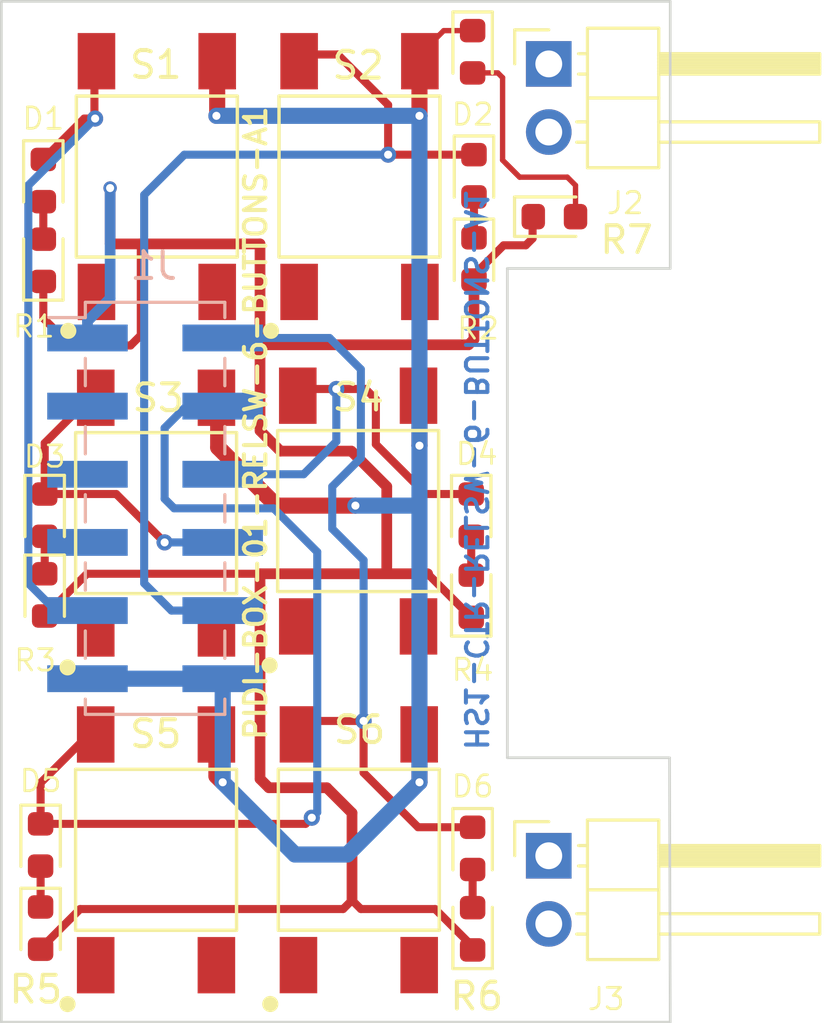
<source format=kicad_pcb>
(kicad_pcb (version 20241229) (generator "pcbnew") (generator_version "9.0")
  (layers (0 "F.Cu" signal) (2 "B.Cu" signal) (13 "F.Paste" user) (15 "B.Paste" user) (5 "F.SilkS" user "F.Silkscreen") (7 "B.SilkS" user "B.Silkscreen") (1 "F.Mask" user) (3 "B.Mask" user) (25 "Edge.Cuts" user))
  (net 0 "")
  (net 1 "Net-(D1-A)")
  (net 2 "S1")
  (net 5 "S2")
  (net 7 "Net-(D2-A)")
  (net 8 "S3")
  (net 9 "Net-(D3-A)")
  (net 11 "Net-(D4-A)")
  (net 13 "S4")
  (net 14 "S6")
  (net 15 "Net-(D5-A)")
  (net 18 "Net-(D6-A)")
  (net 19 "S5")
  (net 22 "+12V")
  (net 25 "GND")
  (net 32 "Net-(D7-A)")
  (footprint "LED_SMD:LED_0603_1608Metric" (layer "F.Cu") (at 121.6152 58.7248)
    (property "Reference" "R7" (at 2.6924 0.8636 0) (layer "F.SilkS"))
    (property "Value" "4K7")
    (fp_line (start -1.485 -0.735) (end -1.485 0.735) (stroke (width 0.12)) (layer "F.SilkS"))
    (fp_line (start -1.485 0.735) (end 0.8 0.735) (stroke (width 0.12)) (layer "F.SilkS"))
    (fp_line (start 0.8 -0.735) (end -1.485 -0.735) (stroke (width 0.12)) (layer "F.SilkS"))
    (pad "1" smd roundrect (at -0.7875 0) (size 0.875 0.95) (layers "F.Cu" "F.Mask" "F.Paste") (net 22 "+12V"))
    (pad "2" smd roundrect (at 0.7875 0) (size 0.875 0.95) (layers "F.Cu" "F.Mask" "F.Paste") (net 32 "Net-(D7-A)"))
  )
  (footprint "LED_SMD:LED_0603_1608Metric" (layer "F.Cu") (at 102.4636 82.1438 -90)
    (property "Reference" "D5" (at -2.3878 0 180) (layer "F.SilkS") (effects (font (size 0.8 0.8) (thickness 0.1))))
    (property "Value" "LED")
    (fp_line (start -1.485 0.735) (end 0.8 0.735) (stroke (width 0.12)) (layer "F.SilkS"))
    (fp_line (start -1.485 -0.735) (end -1.485 0.735) (stroke (width 0.12)) (layer "F.SilkS"))
    (fp_line (start 0.8 -0.735) (end -1.485 -0.735) (stroke (width 0.12)) (layer "F.SilkS"))
    (pad "1" smd roundrect (at -0.7875 0 270) (size 0.875 0.95) (layers "F.Cu" "F.Mask" "F.Paste") (net 19 "S5"))
    (pad "2" smd roundrect (at 0.7875 0 270) (size 0.875 0.95) (layers "F.Cu" "F.Mask" "F.Paste") (net 15 "Net-(D5-A)"))
  )
  (footprint "MYlib_GLOBAL:SW_tactile-6X6_smd" (layer "F.Cu") (at 106.7964 57.2296 90)
    (property "Reference" "S1" (at 4.169 -0.0402 180) (layer "F.SilkS"))
    (property "Value" "4-1437565-9")
    (fp_line (start 3 -3) (end -3 -3) (stroke (width 0.127)) (layer "F.SilkS"))
    (fp_line (start 3 -3) (end 3 3) (stroke (width 0.127)) (layer "F.SilkS"))
    (fp_line (start 3 3) (end -3 3) (stroke (width 0.127)) (layer "F.SilkS"))
    (fp_line (start -3 3) (end -3 -3) (stroke (width 0.127)) (layer "F.SilkS"))
    (fp_circle (center -5.75 -3.3) (end -5.55 -3.3) (stroke (width 0.2)) (fill yes) (layer "F.SilkS"))
    (pad "1" smd rect (at -4.3 -2.25 90) (size 2.1 1.4) (layers "F.Cu" "F.Mask" "F.Paste"))
    (pad "2" smd rect (at 4.3 -2.25 90) (size 2.1 1.4) (layers "F.Cu" "F.Mask" "F.Paste") (net 2 "S1"))
    (pad "3" smd rect (at -4.3 2.25 90) (size 2.1 1.4) (layers "F.Cu" "F.Mask" "F.Paste"))
    (pad "4" smd rect (at 4.3 2.25 90) (size 2.1 1.4) (layers "F.Cu" "F.Mask" "F.Paste") (net 25 "GND"))
  )
  (footprint "LED_SMD:LED_0603_1608Metric" (layer "F.Cu") (at 118.5164 72.8727 90)
    (property "Reference" "R4" (at -2.7432 0.0508 180) (layer "F.SilkS") (effects (font (size 0.8 0.8) (thickness 0.1))))
    (property "Value" "4K7")
    (fp_line (start 0.8 -0.735) (end -1.485 -0.735) (stroke (width 0.12)) (layer "F.SilkS"))
    (fp_line (start -1.485 -0.735) (end -1.485 0.735) (stroke (width 0.12)) (layer "F.SilkS"))
    (fp_line (start -1.485 0.735) (end 0.8 0.735) (stroke (width 0.12)) (layer "F.SilkS"))
    (pad "1" smd roundrect (at -0.7875 0 90) (size 0.875 0.95) (layers "F.Cu" "F.Mask" "F.Paste") (net 22 "+12V"))
    (pad "2" smd roundrect (at 0.7875 0 90) (size 0.875 0.95) (layers "F.Cu" "F.Mask" "F.Paste") (net 11 "Net-(D4-A)"))
  )
  (footprint "Connector_PinHeader_2.54mm:PinHeader_1x02_P2.54mm_Horizontal" (layer "F.Cu") (at 121.4058 82.545)
    (property "Reference" "J3" (at 2.1398 5.339 0) (layer "F.SilkS") (effects (font (size 0.8 0.8) (thickness 0.1))))
    (property "Value" "Conn_01x02_Pin" (hide yes))
    (fp_line (start -1.27 -1.27) (end 0 -1.27) (stroke (width 0.12)) (layer "F.SilkS"))
    (fp_line (start -1.27 0) (end -1.27 -1.27) (stroke (width 0.12)) (layer "F.SilkS"))
    (fp_line (start 1.042929 2.16) (end 1.44 2.16) (stroke (width 0.12)) (layer "F.SilkS"))
    (fp_line (start 1.042929 2.92) (end 1.44 2.92) (stroke (width 0.12)) (layer "F.SilkS"))
    (fp_line (start 1.11 -0.38) (end 1.44 -0.38) (stroke (width 0.12)) (layer "F.SilkS"))
    (fp_line (start 1.11 0.38) (end 1.44 0.38) (stroke (width 0.12)) (layer "F.SilkS"))
    (fp_line (start 1.44 -1.33) (end 1.44 3.87) (stroke (width 0.12)) (layer "F.SilkS"))
    (fp_line (start 1.44 1.27) (end 4.1 1.27) (stroke (width 0.12)) (layer "F.SilkS"))
    (fp_line (start 1.44 3.87) (end 4.1 3.87) (stroke (width 0.12)) (layer "F.SilkS"))
    (fp_line (start 4.1 -1.33) (end 1.44 -1.33) (stroke (width 0.12)) (layer "F.SilkS"))
    (fp_line (start 4.1 -0.38) (end 10.1 -0.38) (stroke (width 0.12)) (layer "F.SilkS"))
    (fp_line (start 4.1 -0.32) (end 10.1 -0.32) (stroke (width 0.12)) (layer "F.SilkS"))
    (fp_line (start 4.1 -0.2) (end 10.1 -0.2) (stroke (width 0.12)) (layer "F.SilkS"))
    (fp_line (start 4.1 -0.08) (end 10.1 -0.08) (stroke (width 0.12)) (layer "F.SilkS"))
    (fp_line (start 4.1 0.04) (end 10.1 0.04) (stroke (width 0.12)) (layer "F.SilkS"))
    (fp_line (start 4.1 0.16) (end 10.1 0.16) (stroke (width 0.12)) (layer "F.SilkS"))
    (fp_line (start 4.1 0.28) (end 10.1 0.28) (stroke (width 0.12)) (layer "F.SilkS"))
    (fp_line (start 4.1 2.16) (end 10.1 2.16) (stroke (width 0.12)) (layer "F.SilkS"))
    (fp_line (start 4.1 3.87) (end 4.1 -1.33) (stroke (width 0.12)) (layer "F.SilkS"))
    (fp_line (start 10.1 -0.38) (end 10.1 0.38) (stroke (width 0.12)) (layer "F.SilkS"))
    (fp_line (start 10.1 0.38) (end 4.1 0.38) (stroke (width 0.12)) (layer "F.SilkS"))
    (fp_line (start 10.1 2.16) (end 10.1 2.92) (stroke (width 0.12)) (layer "F.SilkS"))
    (fp_line (start 10.1 2.92) (end 4.1 2.92) (stroke (width 0.12)) (layer "F.SilkS"))
    (pad "1" thru_hole rect (at 0 0) (size 1.7 1.7) (drill 1) (layers "*.Cu" "*.Mask"))
    (pad "2" thru_hole oval (at 0 2.54) (size 1.7 1.7) (drill 1) (layers "*.Cu" "*.Mask"))
  )
  (footprint "MYlib_GLOBAL:SW_tactile-6X6_smd" (layer "F.Cu") (at 114.3508 57.2296 90)
    (property "Reference" "S2" (at 4.1436 -0.0508 180) (layer "F.SilkS"))
    (property "Value" "4-1437565-9")
    (fp_line (start 3 -3) (end -3 -3) (stroke (width 0.127)) (layer "F.SilkS"))
    (fp_line (start 3 -3) (end 3 3) (stroke (width 0.127)) (layer "F.SilkS"))
    (fp_line (start 3 3) (end -3 3) (stroke (width 0.127)) (layer "F.SilkS"))
    (fp_line (start -3 3) (end -3 -3) (stroke (width 0.127)) (layer "F.SilkS"))
    (fp_circle (center -5.75 -3.3) (end -5.55 -3.3) (stroke (width 0.2)) (fill yes) (layer "F.SilkS"))
    (pad "1" smd rect (at -4.3 -2.25 90) (size 2.1 1.4) (layers "F.Cu" "F.Mask" "F.Paste"))
    (pad "2" smd rect (at 4.3 -2.25 90) (size 2.1 1.4) (layers "F.Cu" "F.Mask" "F.Paste") (net 5 "S2"))
    (pad "3" smd rect (at -4.3 2.25 90) (size 2.1 1.4) (layers "F.Cu" "F.Mask" "F.Paste"))
    (pad "4" smd rect (at 4.3 2.25 90) (size 2.1 1.4) (layers "F.Cu" "F.Mask" "F.Paste") (net 25 "GND"))
  )
  (footprint "LED_SMD:LED_0603_1608Metric" (layer "F.Cu") (at 102.5652 60.3504 90)
    (property "Reference" "R1" (at -2.4638 -0.3556 180) (layer "F.SilkS") (effects (font (size 0.8 0.8) (thickness 0.1))))
    (property "Value" "4K7")
    (fp_line (start 0.8 -0.735) (end -1.485 -0.735) (stroke (width 0.12)) (layer "F.SilkS"))
    (fp_line (start -1.485 -0.735) (end -1.485 0.735) (stroke (width 0.12)) (layer "F.SilkS"))
    (fp_line (start -1.485 0.735) (end 0.8 0.735) (stroke (width 0.12)) (layer "F.SilkS"))
    (pad "1" smd roundrect (at -0.7875 0 90) (size 0.875 0.95) (layers "F.Cu" "F.Mask" "F.Paste") (net 22 "+12V"))
    (pad "2" smd roundrect (at 0.7875 0 90) (size 0.875 0.95) (layers "F.Cu" "F.Mask" "F.Paste") (net 1 "Net-(D1-A)"))
  )
  (footprint "LED_SMD:LED_0603_1608Metric" (layer "F.Cu") (at 118.5672 52.578 -90)
    (property "Reference" "D7" (hide yes))
    (property "Value" "LED")
    (fp_line (start -1.485 0.735) (end 0.8 0.735) (stroke (width 0.12)) (layer "F.SilkS"))
    (fp_line (start -1.485 -0.735) (end -1.485 0.735) (stroke (width 0.12)) (layer "F.SilkS"))
    (fp_line (start 0.8 -0.735) (end -1.485 -0.735) (stroke (width 0.12)) (layer "F.SilkS"))
    (pad "1" smd roundrect (at -0.7875 0 270) (size 0.875 0.95) (layers "F.Cu" "F.Mask" "F.Paste") (net 25 "GND"))
    (pad "2" smd roundrect (at 0.7875 0 270) (size 0.875 0.95) (layers "F.Cu" "F.Mask" "F.Paste") (net 32 "Net-(D7-A)"))
  )
  (footprint "MYlib_GLOBAL:SW_tactile-6X6_smd" (layer "F.Cu") (at 106.7668 82.3248 90)
    (property "Reference" "S5" (at 4.3214 -0.0106 180) (layer "F.SilkS"))
    (property "Value" "4-1437565-9")
    (fp_line (start 3 -3) (end -3 -3) (stroke (width 0.127)) (layer "F.SilkS"))
    (fp_line (start 3 -3) (end 3 3) (stroke (width 0.127)) (layer "F.SilkS"))
    (fp_line (start 3 3) (end -3 3) (stroke (width 0.127)) (layer "F.SilkS"))
    (fp_line (start -3 3) (end -3 -3) (stroke (width 0.127)) (layer "F.SilkS"))
    (fp_circle (center -5.75 -3.3) (end -5.55 -3.3) (stroke (width 0.2)) (fill yes) (layer "F.SilkS"))
    (pad "1" smd rect (at -4.3 -2.25 90) (size 2.1 1.4) (layers "F.Cu" "F.Mask" "F.Paste"))
    (pad "2" smd rect (at 4.3 -2.25 90) (size 2.1 1.4) (layers "F.Cu" "F.Mask" "F.Paste") (net 19 "S5"))
    (pad "3" smd rect (at -4.3 2.25 90) (size 2.1 1.4) (layers "F.Cu" "F.Mask" "F.Paste"))
    (pad "4" smd rect (at 4.3 2.25 90) (size 2.1 1.4) (layers "F.Cu" "F.Mask" "F.Paste") (net 25 "GND"))
  )
  (footprint "LED_SMD:LED_0603_1608Metric" (layer "F.Cu") (at 118.5164 69.85 -90)
    (property "Reference" "D4" (at -2.286 -0.2032 180) (layer "F.SilkS") (effects (font (size 0.8 0.8) (thickness 0.1))))
    (property "Value" "LED")
    (fp_line (start -1.485 0.735) (end 0.8 0.735) (stroke (width 0.12)) (layer "F.SilkS"))
    (fp_line (start -1.485 -0.735) (end -1.485 0.735) (stroke (width 0.12)) (layer "F.SilkS"))
    (fp_line (start 0.8 -0.735) (end -1.485 -0.735) (stroke (width 0.12)) (layer "F.SilkS"))
    (pad "1" smd roundrect (at -0.7875 0 270) (size 0.875 0.95) (layers "F.Cu" "F.Mask" "F.Paste") (net 13 "S4"))
    (pad "2" smd roundrect (at 0.7875 0 270) (size 0.875 0.95) (layers "F.Cu" "F.Mask" "F.Paste") (net 11 "Net-(D4-A)"))
  )
  (footprint "MYlib_GLOBAL:SW_tactile-6X6_smd" (layer "F.Cu") (at 114.3 69.6976 90)
    (property "Reference" "S4" (at 4.2418 0 180) (layer "F.SilkS"))
    (property "Value" "4-1437565-9")
    (fp_line (start 3 -3) (end -3 -3) (stroke (width 0.127)) (layer "F.SilkS"))
    (fp_line (start 3 -3) (end 3 3) (stroke (width 0.127)) (layer "F.SilkS"))
    (fp_line (start 3 3) (end -3 3) (stroke (width 0.127)) (layer "F.SilkS"))
    (fp_line (start -3 3) (end -3 -3) (stroke (width 0.127)) (layer "F.SilkS"))
    (fp_circle (center -5.75 -3.3) (end -5.55 -3.3) (stroke (width 0.2)) (fill yes) (layer "F.SilkS"))
    (pad "1" smd rect (at -4.3 -2.25 90) (size 2.1 1.4) (layers "F.Cu" "F.Mask" "F.Paste"))
    (pad "2" smd rect (at 4.3 -2.25 90) (size 2.1 1.4) (layers "F.Cu" "F.Mask" "F.Paste") (net 13 "S4"))
    (pad "3" smd rect (at -4.3 2.25 90) (size 2.1 1.4) (layers "F.Cu" "F.Mask" "F.Paste"))
    (pad "4" smd rect (at 4.3 2.25 90) (size 2.1 1.4) (layers "F.Cu" "F.Mask" "F.Paste") (net 25 "GND"))
  )
  (footprint "Connector_PinHeader_2.54mm:PinHeader_1x02_P2.54mm_Horizontal" (layer "F.Cu") (at 121.4058 53.0302)
    (property "Reference" "J2" (at 2.851 5.1866 0) (layer "F.SilkS") (effects (font (size 0.8 0.8) (thickness 0.1))))
    (property "Value" "Conn_01x02_Pin" (hide yes))
    (fp_line (start -1.27 -1.27) (end 0 -1.27) (stroke (width 0.12)) (layer "F.SilkS"))
    (fp_line (start -1.27 0) (end -1.27 -1.27) (stroke (width 0.12)) (layer "F.SilkS"))
    (fp_line (start 1.042929 2.16) (end 1.44 2.16) (stroke (width 0.12)) (layer "F.SilkS"))
    (fp_line (start 1.042929 2.92) (end 1.44 2.92) (stroke (width 0.12)) (layer "F.SilkS"))
    (fp_line (start 1.11 -0.38) (end 1.44 -0.38) (stroke (width 0.12)) (layer "F.SilkS"))
    (fp_line (start 1.11 0.38) (end 1.44 0.38) (stroke (width 0.12)) (layer "F.SilkS"))
    (fp_line (start 1.44 -1.33) (end 1.44 3.87) (stroke (width 0.12)) (layer "F.SilkS"))
    (fp_line (start 1.44 1.27) (end 4.1 1.27) (stroke (width 0.12)) (layer "F.SilkS"))
    (fp_line (start 1.44 3.87) (end 4.1 3.87) (stroke (width 0.12)) (layer "F.SilkS"))
    (fp_line (start 4.1 -1.33) (end 1.44 -1.33) (stroke (width 0.12)) (layer "F.SilkS"))
    (fp_line (start 4.1 -0.38) (end 10.1 -0.38) (stroke (width 0.12)) (layer "F.SilkS"))
    (fp_line (start 4.1 -0.32) (end 10.1 -0.32) (stroke (width 0.12)) (layer "F.SilkS"))
    (fp_line (start 4.1 -0.2) (end 10.1 -0.2) (stroke (width 0.12)) (layer "F.SilkS"))
    (fp_line (start 4.1 -0.08) (end 10.1 -0.08) (stroke (width 0.12)) (layer "F.SilkS"))
    (fp_line (start 4.1 0.04) (end 10.1 0.04) (stroke (width 0.12)) (layer "F.SilkS"))
    (fp_line (start 4.1 0.16) (end 10.1 0.16) (stroke (width 0.12)) (layer "F.SilkS"))
    (fp_line (start 4.1 0.28) (end 10.1 0.28) (stroke (width 0.12)) (layer "F.SilkS"))
    (fp_line (start 4.1 2.16) (end 10.1 2.16) (stroke (width 0.12)) (layer "F.SilkS"))
    (fp_line (start 4.1 3.87) (end 4.1 -1.33) (stroke (width 0.12)) (layer "F.SilkS"))
    (fp_line (start 10.1 -0.38) (end 10.1 0.38) (stroke (width 0.12)) (layer "F.SilkS"))
    (fp_line (start 10.1 0.38) (end 4.1 0.38) (stroke (width 0.12)) (layer "F.SilkS"))
    (fp_line (start 10.1 2.16) (end 10.1 2.92) (stroke (width 0.12)) (layer "F.SilkS"))
    (fp_line (start 10.1 2.92) (end 4.1 2.92) (stroke (width 0.12)) (layer "F.SilkS"))
    (pad "1" thru_hole rect (at 0 0) (size 1.7 1.7) (drill 1) (layers "*.Cu" "*.Mask"))
    (pad "2" thru_hole oval (at 0 2.54) (size 1.7 1.7) (drill 1) (layers "*.Cu" "*.Mask"))
  )
  (footprint "LED_SMD:LED_0603_1608Metric" (layer "F.Cu") (at 102.616 69.85 -90)
    (property "Reference" "D3" (at -2.1844 0 180) (layer "F.SilkS") (effects (font (size 0.8 0.8) (thickness 0.1))))
    (property "Value" "LED")
    (fp_line (start -1.485 0.735) (end 0.8 0.735) (stroke (width 0.12)) (layer "F.SilkS"))
    (fp_line (start -1.485 -0.735) (end -1.485 0.735) (stroke (width 0.12)) (layer "F.SilkS"))
    (fp_line (start 0.8 -0.735) (end -1.485 -0.735) (stroke (width 0.12)) (layer "F.SilkS"))
    (pad "1" smd roundrect (at -0.7875 0 270) (size 0.875 0.95) (layers "F.Cu" "F.Mask" "F.Paste") (net 8 "S3"))
    (pad "2" smd roundrect (at 0.7875 0 270) (size 0.875 0.95) (layers "F.Cu" "F.Mask" "F.Paste") (net 9 "Net-(D3-A)"))
  )
  (footprint "LED_SMD:LED_0603_1608Metric" (layer "F.Cu") (at 118.618 60.2996 -90)
    (property "Reference" "R2" (at 2.5908 -0.1524 180) (layer "F.SilkS") (effects (font (size 0.8 0.8) (thickness 0.1))))
    (property "Value" "4K7")
    (fp_line (start -1.485 0.735) (end 0.8 0.735) (stroke (width 0.12)) (layer "F.SilkS"))
    (fp_line (start -1.485 -0.735) (end -1.485 0.735) (stroke (width 0.12)) (layer "F.SilkS"))
    (fp_line (start 0.8 -0.735) (end -1.485 -0.735) (stroke (width 0.12)) (layer "F.SilkS"))
    (pad "1" smd roundrect (at -0.7875 0 270) (size 0.875 0.95) (layers "F.Cu" "F.Mask" "F.Paste") (net 7 "Net-(D2-A)"))
    (pad "2" smd roundrect (at 0.7875 0 270) (size 0.875 0.95) (layers "F.Cu" "F.Mask" "F.Paste") (net 22 "+12V"))
  )
  (footprint "MYlib_GLOBAL:SW_tactile-6X6_smd" (layer "F.Cu") (at 114.3254 82.3214 90)
    (property "Reference" "S6" (at 4.4704 0.0254 180) (layer "F.SilkS"))
    (property "Value" "4-1437565-9")
    (fp_line (start 3 -3) (end -3 -3) (stroke (width 0.127)) (layer "F.SilkS"))
    (fp_line (start 3 -3) (end 3 3) (stroke (width 0.127)) (layer "F.SilkS"))
    (fp_line (start 3 3) (end -3 3) (stroke (width 0.127)) (layer "F.SilkS"))
    (fp_line (start -3 3) (end -3 -3) (stroke (width 0.127)) (layer "F.SilkS"))
    (fp_circle (center -5.75 -3.3) (end -5.55 -3.3) (stroke (width 0.2)) (fill yes) (layer "F.SilkS"))
    (pad "1" smd rect (at -4.3 -2.25 90) (size 2.1 1.4) (layers "F.Cu" "F.Mask" "F.Paste"))
    (pad "2" smd rect (at 4.3 -2.25 90) (size 2.1 1.4) (layers "F.Cu" "F.Mask" "F.Paste") (net 14 "S6"))
    (pad "3" smd rect (at -4.3 2.25 90) (size 2.1 1.4) (layers "F.Cu" "F.Mask" "F.Paste"))
    (pad "4" smd rect (at 4.3 2.25 90) (size 2.1 1.4) (layers "F.Cu" "F.Mask" "F.Paste") (net 25 "GND"))
  )
  (footprint "LED_SMD:LED_0603_1608Metric" (layer "F.Cu") (at 102.616 72.8217 -90)
    (property "Reference" "R3" (at 2.4385 0.3556 180) (layer "F.SilkS") (effects (font (size 0.8 0.8) (thickness 0.1))))
    (property "Value" "4K7")
    (fp_line (start -1.485 0.735) (end 0.8 0.735) (stroke (width 0.12)) (layer "F.SilkS"))
    (fp_line (start -1.485 -0.735) (end -1.485 0.735) (stroke (width 0.12)) (layer "F.SilkS"))
    (fp_line (start 0.8 -0.735) (end -1.485 -0.735) (stroke (width 0.12)) (layer "F.SilkS"))
    (pad "1" smd roundrect (at -0.7875 0 270) (size 0.875 0.95) (layers "F.Cu" "F.Mask" "F.Paste") (net 9 "Net-(D3-A)"))
    (pad "2" smd roundrect (at 0.7875 0 270) (size 0.875 0.95) (layers "F.Cu" "F.Mask" "F.Paste") (net 22 "+12V"))
  )
  (footprint "MYlib_GLOBAL:SW_tactile-6X6_smd" (layer "F.Cu") (at 106.7689 69.7738 90)
    (property "Reference" "S3" (at 4.2926 0.0762 180) (layer "F.SilkS"))
    (property "Value" "4-1437565-9")
    (fp_line (start 3 -3) (end -3 -3) (stroke (width 0.127)) (layer "F.SilkS"))
    (fp_line (start 3 -3) (end 3 3) (stroke (width 0.127)) (layer "F.SilkS"))
    (fp_line (start 3 3) (end -3 3) (stroke (width 0.127)) (layer "F.SilkS"))
    (fp_line (start -3 3) (end -3 -3) (stroke (width 0.127)) (layer "F.SilkS"))
    (fp_circle (center -5.75 -3.3) (end -5.55 -3.3) (stroke (width 0.2)) (fill yes) (layer "F.SilkS"))
    (pad "1" smd rect (at -4.3 -2.25 90) (size 2.1 1.4) (layers "F.Cu" "F.Mask" "F.Paste"))
    (pad "2" smd rect (at 4.3 -2.25 90) (size 2.1 1.4) (layers "F.Cu" "F.Mask" "F.Paste") (net 8 "S3"))
    (pad "3" smd rect (at -4.3 2.25 90) (size 2.1 1.4) (layers "F.Cu" "F.Mask" "F.Paste"))
    (pad "4" smd rect (at 4.3 2.25 90) (size 2.1 1.4) (layers "F.Cu" "F.Mask" "F.Paste") (net 25 "GND"))
  )
  (footprint "LED_SMD:LED_0603_1608Metric" (layer "F.Cu") (at 118.5672 85.2679 90)
    (property "Reference" "R6" (at -2.5145 0.1524 180) (layer "F.SilkS"))
    (property "Value" "4K7")
    (fp_line (start 0.8 -0.735) (end -1.485 -0.735) (stroke (width 0.12)) (layer "F.SilkS"))
    (fp_line (start -1.485 -0.735) (end -1.485 0.735) (stroke (width 0.12)) (layer "F.SilkS"))
    (fp_line (start -1.485 0.735) (end 0.8 0.735) (stroke (width 0.12)) (layer "F.SilkS"))
    (pad "1" smd roundrect (at -0.7875 0 90) (size 0.875 0.95) (layers "F.Cu" "F.Mask" "F.Paste") (net 22 "+12V"))
    (pad "2" smd roundrect (at 0.7875 0 90) (size 0.875 0.95) (layers "F.Cu" "F.Mask" "F.Paste") (net 18 "Net-(D6-A)"))
  )
  (footprint "LED_SMD:LED_0603_1608Metric" (layer "F.Cu") (at 102.4636 85.2424 -90)
    (property "Reference" "R5" (at 2.286 0.1778 180) (layer "F.SilkS"))
    (property "Value" "4K7")
    (fp_line (start -1.485 0.735) (end 0.8 0.735) (stroke (width 0.12)) (layer "F.SilkS"))
    (fp_line (start -1.485 -0.735) (end -1.485 0.735) (stroke (width 0.12)) (layer "F.SilkS"))
    (fp_line (start 0.8 -0.735) (end -1.485 -0.735) (stroke (width 0.12)) (layer "F.SilkS"))
    (pad "1" smd roundrect (at -0.7875 0 270) (size 0.875 0.95) (layers "F.Cu" "F.Mask" "F.Paste") (net 15 "Net-(D5-A)"))
    (pad "2" smd roundrect (at 0.7875 0 270) (size 0.875 0.95) (layers "F.Cu" "F.Mask" "F.Paste") (net 22 "+12V"))
  )
  (footprint "LED_SMD:LED_0603_1608Metric" (layer "F.Cu") (at 118.5672 82.2705 -90)
    (property "Reference" "D6" (at -2.3113 0 180) (layer "F.SilkS") (effects (font (size 0.8 0.8) (thickness 0.1))))
    (property "Value" "LED")
    (fp_line (start -1.485 0.735) (end 0.8 0.735) (stroke (width 0.12)) (layer "F.SilkS"))
    (fp_line (start -1.485 -0.735) (end -1.485 0.735) (stroke (width 0.12)) (layer "F.SilkS"))
    (fp_line (start 0.8 -0.735) (end -1.485 -0.735) (stroke (width 0.12)) (layer "F.SilkS"))
    (pad "1" smd roundrect (at -0.7875 0 270) (size 0.875 0.95) (layers "F.Cu" "F.Mask" "F.Paste") (net 14 "S6"))
    (pad "2" smd roundrect (at 0.7875 0 270) (size 0.875 0.95) (layers "F.Cu" "F.Mask" "F.Paste") (net 18 "Net-(D6-A)"))
  )
  (footprint "LED_SMD:LED_0603_1608Metric" (layer "F.Cu") (at 102.5652 57.3787 -90)
    (property "Reference" "D1" (at -2.3115 0 180) (layer "F.SilkS") (effects (font (size 0.8 0.8) (thickness 0.1))))
    (property "Value" "LED")
    (fp_line (start -1.485 0.735) (end 0.8 0.735) (stroke (width 0.12)) (layer "F.SilkS"))
    (fp_line (start -1.485 -0.735) (end -1.485 0.735) (stroke (width 0.12)) (layer "F.SilkS"))
    (fp_line (start 0.8 -0.735) (end -1.485 -0.735) (stroke (width 0.12)) (layer "F.SilkS"))
    (pad "1" smd roundrect (at -0.7875 0 270) (size 0.875 0.95) (layers "F.Cu" "F.Mask" "F.Paste") (net 2 "S1"))
    (pad "2" smd roundrect (at 0.7875 0 270) (size 0.875 0.95) (layers "F.Cu" "F.Mask" "F.Paste") (net 1 "Net-(D1-A)"))
  )
  (footprint "LED_SMD:LED_0603_1608Metric" (layer "F.Cu") (at 118.618 57.2008 -90)
    (property "Reference" "D2" (at -2.286 0.0508 180) (layer "F.SilkS") (effects (font (size 0.8 0.8) (thickness 0.1))))
    (property "Value" "LED")
    (fp_line (start -1.485 0.735) (end 0.8 0.735) (stroke (width 0.12)) (layer "F.SilkS"))
    (fp_line (start -1.485 -0.735) (end -1.485 0.735) (stroke (width 0.12)) (layer "F.SilkS"))
    (fp_line (start 0.8 -0.735) (end -1.485 -0.735) (stroke (width 0.12)) (layer "F.SilkS"))
    (pad "1" smd roundrect (at -0.7875 0 270) (size 0.875 0.95) (layers "F.Cu" "F.Mask" "F.Paste") (net 5 "S2"))
    (pad "2" smd roundrect (at 0.7875 0 270) (size 0.875 0.95) (layers "F.Cu" "F.Mask" "F.Paste") (net 7 "Net-(D2-A)"))
  )
  (footprint "Connector_PinSocket_2.54mm:PinSocket_2x06_P2.54mm_Vertical_SMD" (layer "B.Cu") (at 106.7308 69.596 180)
    (property "Reference" "J1" (at 0.0508 9.0424 0) (layer "B.SilkS") (effects (justify mirror)))
    (property "Value" "Conn_02x06_Odd_Even" (hide yes))
    (fp_line (start 3.96 7.11) (end 2.6 7.11) (stroke (width 0.12)) (layer "B.SilkS"))
    (fp_line (start 2.6 7.68) (end -2.6 7.68) (stroke (width 0.12)) (layer "B.SilkS"))
    (fp_line (start 2.6 7.11) (end 2.6 7.68) (stroke (width 0.12)) (layer "B.SilkS"))
    (fp_line (start 2.6 4.57) (end 2.6 5.59) (stroke (width 0.12)) (layer "B.SilkS"))
    (fp_line (start 2.6 2.03) (end 2.6 3.05) (stroke (width 0.12)) (layer "B.SilkS"))
    (fp_line (start 2.6 -0.51) (end 2.6 0.51) (stroke (width 0.12)) (layer "B.SilkS"))
    (fp_line (start 2.6 -3.05) (end 2.6 -2.03) (stroke (width 0.12)) (layer "B.SilkS"))
    (fp_line (start 2.6 -5.59) (end 2.6 -4.57) (stroke (width 0.12)) (layer "B.SilkS"))
    (fp_line (start 2.6 -7.68) (end 2.6 -7.11) (stroke (width 0.12)) (layer "B.SilkS"))
    (fp_line (start 2.6 -7.68) (end -2.6 -7.68) (stroke (width 0.12)) (layer "B.SilkS"))
    (fp_line (start -2.6 7.11) (end -2.6 7.68) (stroke (width 0.12)) (layer "B.SilkS"))
    (fp_line (start -2.6 4.57) (end -2.6 5.59) (stroke (width 0.12)) (layer "B.SilkS"))
    (fp_line (start -2.6 2.03) (end -2.6 3.05) (stroke (width 0.12)) (layer "B.SilkS"))
    (fp_line (start -2.6 -0.51) (end -2.6 0.51) (stroke (width 0.12)) (layer "B.SilkS"))
    (fp_line (start -2.6 -3.05) (end -2.6 -2.03) (stroke (width 0.12)) (layer "B.SilkS"))
    (fp_line (start -2.6 -5.59) (end -2.6 -4.57) (stroke (width 0.12)) (layer "B.SilkS"))
    (fp_line (start -2.6 -7.68) (end -2.6 -7.11) (stroke (width 0.12)) (layer "B.SilkS"))
    (pad "1" smd rect (at 2.52 6.35 180) (size 3 1) (layers "B.Cu" "B.Mask" "B.Paste") (net 22 "+12V"))
    (pad "2" smd rect (at -2.52 6.35 180) (size 3 1) (layers "B.Cu" "B.Mask" "B.Paste") (net 14 "S6"))
    (pad "3" smd rect (at 2.52 3.81 180) (size 3 1) (layers "B.Cu" "B.Mask" "B.Paste"))
    (pad "4" smd rect (at -2.52 3.81 180) (size 3 1) (layers "B.Cu" "B.Mask" "B.Paste") (net 19 "S5"))
    (pad "5" smd rect (at 2.52 1.27 180) (size 3 1) (layers "B.Cu" "B.Mask" "B.Paste"))
    (pad "6" smd rect (at -2.52 1.27 180) (size 3 1) (layers "B.Cu" "B.Mask" "B.Paste") (net 13 "S4"))
    (pad "7" smd rect (at 2.52 -1.27 180) (size 3 1) (layers "B.Cu" "B.Mask" "B.Paste"))
    (pad "8" smd rect (at -2.52 -1.27 180) (size 3 1) (layers "B.Cu" "B.Mask" "B.Paste") (net 8 "S3"))
    (pad "9" smd rect (at 2.52 -3.81 180) (size 3 1) (layers "B.Cu" "B.Mask" "B.Paste") (net 2 "S1"))
    (pad "10" smd rect (at -2.52 -3.81 180) (size 3 1) (layers "B.Cu" "B.Mask" "B.Paste") (net 5 "S2"))
    (pad "11" smd rect (at 2.52 -6.35 180) (size 3 1) (layers "B.Cu" "B.Mask" "B.Paste") (net 25 "GND"))
    (pad "12" smd rect (at -2.52 -6.35 180) (size 3 1) (layers "B.Cu" "B.Mask" "B.Paste") (net 25 "GND"))
  )
  (gr_line (start 125.9332 50.6984) (end 125.9332 60.6552) (stroke (width 0.1)) (layer "Edge.Cuts"))
  (gr_line (start 125.9332 60.6552) (end 119.8626 60.6552) (stroke (width 0.1)) (layer "Edge.Cuts"))
  (gr_line (start 125.9332 88.7476) (end 125.9078 78.8924) (stroke (width 0.1)) (layer "Edge.Cuts"))
  (gr_line (start 101 50.6984) (end 125.9332 50.6984) (stroke (width 0.1)) (layer "Edge.Cuts"))
  (gr_line (start 125.9332 88.7476) (end 101 88.7476) (stroke (width 0.1)) (layer "Edge.Cuts"))
  (gr_line (start 125.9078 78.8924) (end 119.8626 78.8924) (stroke (width 0.1)) (layer "Edge.Cuts"))
  (gr_line (start 119.8626 60.6552) (end 119.8626 78.8924) (stroke (width 0.1)) (layer "Edge.Cuts"))
  (gr_line (start 101 88.7476) (end 101 50.6984) (stroke (width 0.1)) (layer "Edge.Cuts"))
  (gr_text "HS1-CTR-RELSW-6-BUTTONS-A1" (at 118.2116 78.6892 -90) (layer "B.Cu") (effects (font (size 0.8 0.8) (thickness 0.15) (bold yes)) (justify left bottom mirror)))
  (gr_text "PIDI-BOX-01-RELSW-6-BUTTONS-A1" (at 110.9472 78.3082 90) (layer "F.SilkS") (effects (font (size 0.8 0.8) (thickness 0.15) (bold yes)) (justify left bottom)))
  (segment (start 102.5652 59.5629) (end 102.5652 58.1662) (width 0.3) (layer "F.Cu") (net 1))
  (segment (start 102.5652 56.5912) (end 104.0892 55.0672) (width 0.3) (layer "F.Cu") (net 2))
  (segment (start 104.5464 52.6796) (end 104.4702 52.7558) (width 0.3) (layer "F.Cu") (net 2))
  (segment (start 104.0892 55.0672) (end 104.4956 55.0672) (width 0.3) (layer "F.Cu") (net 2))
  (segment (start 104.4702 55.0418) (end 104.4956 55.0672) (width 0.3) (layer "F.Cu") (net 2))
  (segment (start 104.4702 52.7558) (end 104.4702 55.0418) (width 0.3) (layer "F.Cu") (net 2))
  (via (at 104.4956 55.0672) (size 0.6) (drill 0.3) (layers "F.Cu" "B.Cu") (net 2))
  (segment (start 102.0064 72.39) (end 103.0224 73.406) (width 0.3) (layer "B.Cu") (net 2))
  (segment (start 103.0224 73.406) (end 104.2108 73.406) (width 0.3) (layer "B.Cu") (net 2))
  (segment (start 102.0064 57.5564) (end 102.0064 72.39) (width 0.3) (layer "B.Cu") (net 2))
  (segment (start 104.4956 55.0672) (end 102.0064 57.5564) (width 0.3) (layer "B.Cu") (net 2))
  (segment (start 115.4176 54.5592) (end 113.538 52.6796) (width 0.3) (layer "F.Cu") (net 5))
  (segment (start 118.618 56.4133) (end 115.4176 56.4133) (width 0.3) (layer "F.Cu") (net 5))
  (segment (start 113.538 52.6796) (end 112.1008 52.6796) (width 0.3) (layer "F.Cu") (net 5))
  (segment (start 115.4176 56.4133) (end 115.4176 54.5592) (width 0.3) (layer "F.Cu") (net 5))
  (via (at 115.4176 56.4133) (size 0.6) (drill 0.3) (layers "F.Cu" "B.Cu") (net 5))
  (segment (start 115.4176 56.4133) (end 107.8231 56.4133) (width 0.3) (layer "B.Cu") (net 5))
  (segment (start 107.3404 73.406) (end 109.2508 73.406) (width 0.3) (layer "B.Cu") (net 5))
  (segment (start 107.8231 56.4133) (end 106.3244 57.912) (width 0.3) (layer "B.Cu") (net 5))
  (segment (start 106.3244 72.39) (end 107.3404 73.406) (width 0.3) (layer "B.Cu") (net 5))
  (segment (start 106.3244 57.912) (end 106.3244 72.39) (width 0.3) (layer "B.Cu") (net 5))
  (segment (start 118.618 57.9883) (end 118.618 59.5121) (width 0.3) (layer "F.Cu") (net 7))
  (segment (start 102.616 67.1648) (end 104.5824 65.1984) (width 0.3) (layer "F.Cu") (net 8))
  (segment (start 102.616 69.0625) (end 102.616 67.1648) (width 0.3) (layer "F.Cu") (net 8))
  (segment (start 107.0864 70.866) (end 105.2829 69.0625) (width 0.3) (layer "F.Cu") (net 8))
  (segment (start 105.2829 69.0625) (end 102.616 69.0625) (width 0.3) (layer "F.Cu") (net 8))
  (via (at 107.0864 70.866) (size 0.6) (drill 0.3) (layers "F.Cu" "B.Cu") (net 8))
  (segment (start 109.2508 70.866) (end 106.934 70.866) (width 0.3) (layer "B.Cu") (net 8))
  (segment (start 102.616 72.0342) (end 102.616 70.6375) (width 0.3) (layer "F.Cu") (net 9))
  (segment (start 118.5164 70.6375) (end 118.5164 72.0089) (width 0.3) (layer "F.Cu") (net 11))
  (segment (start 118.5164 69.0625) (end 116.8145 69.0625) (width 0.3) (layer "F.Cu") (net 13))
  (segment (start 114.9604 67.2084) (end 114.9604 65.532) (width 0.3) (layer "F.Cu") (net 13))
  (segment (start 114.9604 65.532) (end 114.576 65.1476) (width 0.3) (layer "F.Cu") (net 13))
  (segment (start 116.8145 69.0625) (end 114.9604 67.2084) (width 0.3) (layer "F.Cu") (net 13))
  (segment (start 114.576 65.1476) (end 112.05 65.1476) (width 0.3) (layer "F.Cu") (net 13))
  (via (at 113.4872 65.1476) (size 0.6) (drill 0.3) (layers "F.Cu" "B.Cu") (net 13))
  (segment (start 113.4872 65.1476) (end 113.4872 67.1068) (width 0.3) (layer "B.Cu") (net 13))
  (segment (start 112.268 68.326) (end 109.2508 68.326) (width 0.3) (layer "B.Cu") (net 13))
  (segment (start 113.4872 67.1068) (end 112.268 68.326) (width 0.3) (layer "B.Cu") (net 13))
  (segment (start 114.5032 79.4512) (end 114.5032 77.5208) (width 0.3) (layer "F.Cu") (net 14))
  (segment (start 116.535 81.483) (end 114.5032 79.4512) (width 0.3) (layer "F.Cu") (net 14))
  (segment (start 114.5032 77.5208) (end 112.1736 77.5208) (width 0.3) (layer "F.Cu") (net 14))
  (segment (start 112.1736 77.5208) (end 112.05 77.6444) (width 0.3) (layer "F.Cu") (net 14))
  (segment (start 118.5672 81.483) (end 116.535 81.483) (width 0.3) (layer "F.Cu") (net 14))
  (segment (start 114.5032 77.5208) (end 114.6268 77.6444) (width 0.3) (layer "F.Cu") (net 14))
  (via (at 114.5032 77.5208) (size 0.6) (drill 0.3) (layers "F.Cu" "B.Cu") (net 14))
  (segment (start 114.5032 71.5264) (end 114.5032 77.5208) (width 0.3) (layer "B.Cu") (net 14))
  (segment (start 114.4016 64.4144) (end 114.4016 67.7164) (width 0.3) (layer "B.Cu") (net 14))
  (segment (start 113.2332 63.246) (end 114.4016 64.4144) (width 0.3) (layer "B.Cu") (net 14))
  (segment (start 114.4016 67.7164) (end 113.3348 68.7832) (width 0.3) (layer "B.Cu") (net 14))
  (segment (start 113.3348 68.7832) (end 113.3348 70.358) (width 0.3) (layer "B.Cu") (net 14))
  (segment (start 109.2508 63.246) (end 113.2332 63.246) (width 0.3) (layer "B.Cu") (net 14))
  (segment (start 113.3348 70.358) (end 114.5032 71.5264) (width 0.3) (layer "B.Cu") (net 14))
  (segment (start 102.4636 84.328) (end 102.5144 84.3788) (width 0.3) (layer "F.Cu") (net 15))
  (segment (start 102.4636 82.9313) (end 102.4636 84.328) (width 0.3) (layer "F.Cu") (net 15))
  (segment (start 118.5672 84.4802) (end 118.5672 83.058) (width 0.3) (layer "F.Cu") (net 18))
  (segment (start 102.4636 81.3563) (end 102.4636 79.828) (width 0.3) (layer "F.Cu") (net 19))
  (segment (start 112.5728 81.1276) (end 112.3441 81.3563) (width 0.3) (layer "F.Cu") (net 19))
  (segment (start 102.4636 79.828) (end 104.5168 77.7748) (width 0.3) (layer "F.Cu") (net 19))
  (segment (start 112.3441 81.3563) (end 102.4636 81.3563) (width 0.3) (layer "F.Cu") (net 19))
  (via (at 112.5728 81.1276) (size 0.6) (drill 0.3) (layers "F.Cu" "B.Cu") (net 19))
  (segment (start 112.776 71.2216) (end 111.1504 69.596) (width 0.3) (layer "B.Cu") (net 19))
  (segment (start 107.442 69.596) (end 107.0864 69.2404) (width 0.3) (layer "B.Cu") (net 19))
  (segment (start 111.1504 69.596) (end 107.442 69.596) (width 0.3) (layer "B.Cu") (net 19))
  (segment (start 112.776 80.9244) (end 112.776 71.2216) (width 0.3) (layer "B.Cu") (net 19))
  (segment (start 107.0864 66.5988) (end 107.8992 65.786) (width 0.3) (layer "B.Cu") (net 19))
  (segment (start 107.8992 65.786) (end 109.2508 65.786) (width 0.3) (layer "B.Cu") (net 19))
  (segment (start 112.5728 81.1276) (end 112.776 80.9244) (width 0.3) (layer "B.Cu") (net 19))
  (segment (start 107.0864 69.2404) (end 107.0864 66.5988) (width 0.3) (layer "B.Cu") (net 19))
  (segment (start 114.0714 84.201) (end 114.4016 84.5312) (width 0.3) (layer "F.Cu") (net 22))
  (segment (start 118.618 60.8965) (end 119.7229 59.7916) (width 0.3) (layer "F.Cu") (net 22))
  (segment (start 102.5652 62.5094) (end 103.5812 63.5254) (width 0.3) (layer "F.Cu") (net 22))
  (segment (start 105.0544 57.658) (end 105.0544 59.7408) (width 0.4) (layer "F.Cu") (net 22))
  (segment (start 103.937 84.5312) (end 102.5144 85.9538) (width 0.3) (layer "F.Cu") (net 22))
  (segment (start 118.4148 63.5) (end 118.618 63.2968) (width 0.4) (layer "F.Cu") (net 22))
  (segment (start 110.6424 79.6798) (end 110.6424 72.0344) (width 0.4) (layer "F.Cu") (net 22))
  (segment (start 102.5652 61.1379) (end 102.5652 62.5094) (width 0.3) (layer "F.Cu") (net 22))
  (segment (start 110.6424 63.5) (end 110.6424 66.7004) (width 0.4) (layer "F.Cu") (net 22))
  (segment (start 105.8164 63.5254) (end 106.1974 63.1444) (width 0.3) (layer "F.Cu") (net 22))
  (segment (start 119.7229 59.7916) (end 120.5484 59.7916) (width 0.3) (layer "F.Cu") (net 22))
  (segment (start 110.6424 72.0344) (end 116.8906 72.0344) (width 0.4) (layer "F.Cu") (net 22))
  (segment (start 110.6424 59.7408) (end 110.6424 63.5) (width 0.4) (layer "F.Cu") (net 22))
  (segment (start 115.3668 68.7832) (end 115.3668 71.9836) (width 0.4) (layer "F.Cu") (net 22))
  (segment (start 120.8024 58.6742) (end 120.8022 58.674) (width 0.3) (layer "F.Cu") (net 22))
  (segment (start 106.1974 59.7662) (end 106.172 59.7408) (width 0.3) (layer "F.Cu") (net 22))
  (segment (start 117.1702 84.5312) (end 118.5672 85.9282) (width 0.3) (layer "F.Cu") (net 22))
  (segment (start 104.1908 72.0344) (end 110.6424 72.0344) (width 0.3) (layer "F.Cu") (net 22))
  (segment (start 103.5812 63.5254) (end 105.8164 63.5254) (width 0.3) (layer "F.Cu") (net 22))
  (segment (start 102.5652 61.1379) (end 102.5652 61.0362) (width 0.3) (layer "F.Cu") (net 22))
  (segment (start 106.172 59.7408) (end 110.6424 59.7408) (width 0.4) (layer "F.Cu") (net 22))
  (segment (start 114.0714 80.9498) (end 113.1316 80.01) (width 0.4) (layer "F.Cu") (net 22))
  (segment (start 118.5672 85.9282) (end 118.5672 86.0552) (width 0.3) (layer "F.Cu") (net 22))
  (segment (start 110.6424 66.7004) (end 111.4044 67.4624) (width 0.4) (layer "F.Cu") (net 22))
  (segment (start 114.0714 84.201) (end 114.0714 80.9498) (width 0.4) (layer "F.Cu") (net 22))
  (segment (start 118.618 63.2968) (end 118.618 61.0871) (width 0.4) (layer "F.Cu") (net 22))
  (segment (start 114.046 67.4624) (end 115.3668 68.7832) (width 0.4) (layer "F.Cu") (net 22))
  (segment (start 120.5484 59.7916) (end 120.8024 59.5376) (width 0.3) (layer "F.Cu") (net 22))
  (segment (start 114.0714 84.201) (end 113.7412 84.5312) (width 0.3) (layer "F.Cu") (net 22))
  (segment (start 111.4044 67.4624) (end 114.046 67.4624) (width 0.4) (layer "F.Cu") (net 22))
  (segment (start 116.8906 72.0344) (end 118.5164 73.6602) (width 0.3) (layer "F.Cu") (net 22))
  (segment (start 113.7412 84.5312) (end 103.937 84.5312) (width 0.3) (layer "F.Cu") (net 22))
  (segment (start 106.1974 63.1444) (end 106.1974 59.7662) (width 0.3) (layer "F.Cu") (net 22))
  (segment (start 113.1316 80.01) (end 110.9726 80.01) (width 0.4) (layer "F.Cu") (net 22))
  (segment (start 110.6424 63.5) (end 118.4148 63.5) (width 0.4) (layer "F.Cu") (net 22))
  (segment (start 110.9726 80.01) (end 110.6424 79.6798) (width 0.4) (layer "F.Cu") (net 22))
  (segment (start 118.618 61.0871) (end 118.618 60.8965) (width 0.3) (layer "F.Cu") (net 22))
  (segment (start 102.616 73.6092) (end 104.1908 72.0344) (width 0.3) (layer "F.Cu") (net 22))
  (segment (start 105.0544 59.7408) (end 106.172 59.7408) (width 0.4) (layer "F.Cu") (net 22))
  (segment (start 114.4016 84.5312) (end 117.1702 84.5312) (width 0.3) (layer "F.Cu") (net 22))
  (segment (start 120.8024 59.5376) (end 120.8024 58.6742) (width 0.3) (layer "F.Cu") (net 22))
  (via (at 105.0544 57.658) (size 0.5) (drill 0.3) (layers "F.Cu" "B.Cu") (net 22))
  (segment (start 104.2108 63.246) (end 104.2108 62.6164) (width 0.4) (layer "B.Cu") (net 22))
  (segment (start 104.2108 62.6164) (end 105.0544 61.7728) (width 0.4) (layer "B.Cu") (net 22))
  (segment (start 105.0544 61.7728) (end 105.0544 57.658) (width 0.4) (layer "B.Cu") (net 22))
  (segment (start 109.0464 54.936) (end 109.0168 54.9656) (width 0.6) (layer "F.Cu") (net 25))
  (segment (start 114.1984 69.4944) (end 111.252 69.4944) (width 0.6) (layer "F.Cu") (net 25))
  (segment (start 118.5672 51.7905) (end 117.4899 51.7905) (width 0.2) (layer "F.Cu") (net 25))
  (segment (start 116.586 54.9656) (end 116.586 52.6944) (width 0.6) (layer "F.Cu") (net 25))
  (segment (start 116.586 52.6944) (end 116.6008 52.6796) (width 0.6) (layer "F.Cu") (net 25))
  (segment (start 109.0824 67.3248) (end 109.0824 65.1984) (width 0.6) (layer "F.Cu") (net 25))
  (segment (start 116.586 77.6804) (end 116.55 77.6444) (width 0.6) (layer "F.Cu") (net 25))
  (segment (start 116.586 65.1836) (end 116.55 65.1476) (width 0.6) (layer "F.Cu") (net 25))
  (segment (start 109.2508 79.8068) (end 109.0168 79.5728) (width 0.6) (layer "F.Cu") (net 25))
  (segment (start 117.4899 51.7905) (end 116.6008 52.6796) (width 0.2) (layer "F.Cu") (net 25))
  (segment (start 109.0168 79.5728) (end 109.0168 77.7748) (width 0.6) (layer "F.Cu") (net 25))
  (segment (start 116.586 79.8068) (end 116.586 77.6804) (width 0.6) (layer "F.Cu") (net 25))
  (segment (start 116.586 67.2592) (end 116.586 65.1836) (width 0.6) (layer "F.Cu") (net 25))
  (segment (start 109.0464 52.6796) (end 109.0464 54.936) (width 0.6) (layer "F.Cu") (net 25))
  (segment (start 111.252 69.4944) (end 109.0824 67.3248) (width 0.6) (layer "F.Cu") (net 25))
  (via (at 109.2508 79.8068) (size 0.6) (drill 0.3) (layers "F.Cu" "B.Cu") (net 25))
  (via (at 114.1984 69.4944) (size 0.6) (drill 0.3) (layers "F.Cu" "B.Cu") (net 25))
  (via (at 109.0168 54.9656) (size 0.6) (drill 0.3) (layers "F.Cu" "B.Cu") (net 25))
  (via (at 116.586 67.2592) (size 0.6) (drill 0.3) (layers "F.Cu" "B.Cu") (net 25))
  (via (at 116.586 79.8068) (size 0.6) (drill 0.3) (layers "F.Cu" "B.Cu") (net 25))
  (via (at 116.586 54.9656) (size 0.6) (drill 0.3) (layers "F.Cu" "B.Cu") (net 25))
  (segment (start 109.2508 79.8068) (end 111.9432 82.4992) (width 0.6) (layer "B.Cu") (net 25))
  (segment (start 116.586 54.9656) (end 116.586 67.2592) (width 0.6) (layer "B.Cu") (net 25))
  (segment (start 109.2508 75.946) (end 104.2108 75.946) (width 0.6) (layer "B.Cu") (net 25))
  (segment (start 113.8936 82.4992) (end 116.586 79.8068) (width 0.6) (layer "B.Cu") (net 25))
  (segment (start 109.2508 79.8068) (end 109.2508 75.946) (width 0.6) (layer "B.Cu") (net 25))
  (segment (start 116.586 79.8068) (end 116.586 67.2592) (width 0.6) (layer "B.Cu") (net 25))
  (segment (start 109.0168 54.9656) (end 116.586 54.9656) (width 0.6) (layer "B.Cu") (net 25))
  (segment (start 114.1984 69.4944) (end 116.5352 69.4944) (width 0.6) (layer "B.Cu") (net 25))
  (segment (start 111.9432 82.4992) (end 113.8936 82.4992) (width 0.6) (layer "B.Cu") (net 25))
  (segment (start 119.8117 56.7436) (end 120.3197 57.2516) (width 0.2) (layer "F.Cu") (net 32))
  (segment (start 118.5672 53.3655) (end 119.5071 53.3655) (width 0.2) (layer "F.Cu") (net 32))
  (segment (start 120.3197 57.2516) (end 122.0979 57.2516) (width 0.2) (layer "F.Cu") (net 32))
  (segment (start 119.6848 56.6167) (end 120.3197 57.2516) (width 0.2) (layer "F.Cu") (net 32))
  (segment (start 119.6848 53.5432) (end 119.6848 56.6167) (width 0.2) (layer "F.Cu") (net 32))
  (segment (start 119.5071 53.3655) (end 119.6848 53.5432) (width 0.2) (layer "F.Cu") (net 32))
  (segment (start 122.0979 57.2516) (end 122.4027 57.5564) (width 0.2) (layer "F.Cu") (net 32))
  (segment (start 122.4027 57.5564) (end 122.4027 58.7248) (width 0.2) (layer "F.Cu") (net 32))
)
</source>
